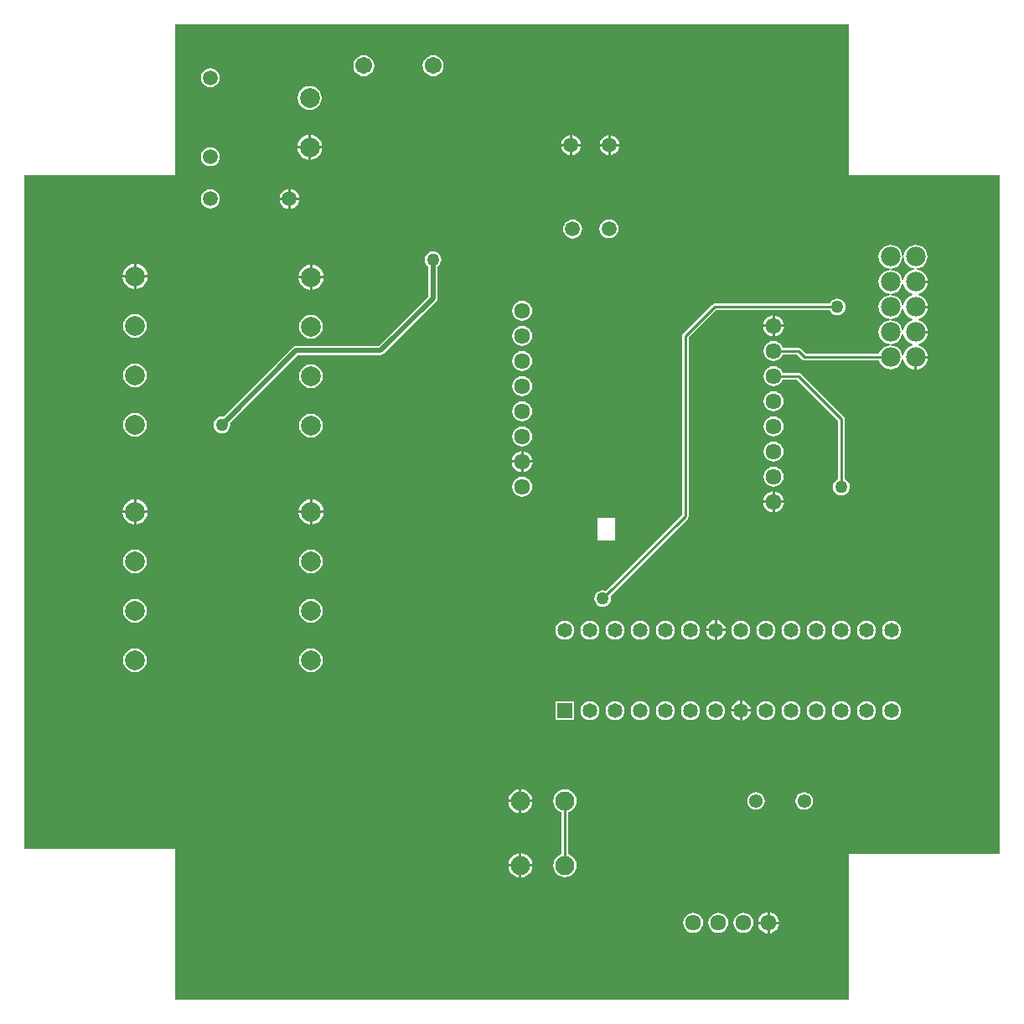
<source format=gtl>
G04 Layer_Physical_Order=1*
G04 Layer_Color=255*
%FSLAX44Y44*%
%MOMM*%
G71*
G01*
G75*
%ADD10C,0.2540*%
%ADD11C,0.5000*%
%ADD12C,1.7100*%
%ADD13C,1.5000*%
%ADD14C,1.4830*%
%ADD15R,1.4830X1.4830*%
%ADD16C,1.6100*%
%ADD17C,1.9700*%
%ADD18C,1.3800*%
%ADD19C,2.0000*%
%ADD20C,1.9400*%
%ADD21C,1.2700*%
G36*
X1092200Y1092200D02*
X1244600D01*
Y406400D01*
X1092200D01*
Y259080D01*
X411480D01*
Y411480D01*
X259080D01*
Y1092200D01*
X411480D01*
Y1244600D01*
X1092200D01*
Y1092200D01*
D02*
G37*
%LPC*%
G36*
X906780Y641956D02*
X904322Y641633D01*
X902032Y640684D01*
X900065Y639175D01*
X898556Y637208D01*
X897607Y634918D01*
X897284Y632460D01*
X897607Y630002D01*
X898556Y627712D01*
X900065Y625745D01*
X902032Y624236D01*
X904322Y623287D01*
X906780Y622964D01*
X909238Y623287D01*
X911528Y624236D01*
X913495Y625745D01*
X915004Y627712D01*
X915953Y630002D01*
X916276Y632460D01*
X915953Y634918D01*
X915004Y637208D01*
X913495Y639175D01*
X911528Y640684D01*
X909238Y641633D01*
X906780Y641956D01*
D02*
G37*
G36*
X932180D02*
X929722Y641633D01*
X927432Y640684D01*
X925465Y639175D01*
X923956Y637208D01*
X923007Y634918D01*
X922684Y632460D01*
X923007Y630002D01*
X923956Y627712D01*
X925465Y625745D01*
X927432Y624236D01*
X929722Y623287D01*
X932180Y622964D01*
X934638Y623287D01*
X936928Y624236D01*
X938895Y625745D01*
X940404Y627712D01*
X941353Y630002D01*
X941676Y632460D01*
X941353Y634918D01*
X940404Y637208D01*
X938895Y639175D01*
X936928Y640684D01*
X934638Y641633D01*
X932180Y641956D01*
D02*
G37*
G36*
X855980D02*
X853522Y641633D01*
X851232Y640684D01*
X849265Y639175D01*
X847756Y637208D01*
X846807Y634918D01*
X846484Y632460D01*
X846807Y630002D01*
X847756Y627712D01*
X849265Y625745D01*
X851232Y624236D01*
X853522Y623287D01*
X855980Y622964D01*
X858438Y623287D01*
X860728Y624236D01*
X862695Y625745D01*
X864204Y627712D01*
X865153Y630002D01*
X865476Y632460D01*
X865153Y634918D01*
X864204Y637208D01*
X862695Y639175D01*
X860728Y640684D01*
X858438Y641633D01*
X855980Y641956D01*
D02*
G37*
G36*
X881380D02*
X878922Y641633D01*
X876632Y640684D01*
X874665Y639175D01*
X873156Y637208D01*
X872207Y634918D01*
X871884Y632460D01*
X872207Y630002D01*
X873156Y627712D01*
X874665Y625745D01*
X876632Y624236D01*
X878922Y623287D01*
X881380Y622964D01*
X883838Y623287D01*
X886128Y624236D01*
X888095Y625745D01*
X889604Y627712D01*
X890553Y630002D01*
X890876Y632460D01*
X890553Y634918D01*
X889604Y637208D01*
X888095Y639175D01*
X886128Y640684D01*
X883838Y641633D01*
X881380Y641956D01*
D02*
G37*
G36*
X1033780D02*
X1031322Y641633D01*
X1029032Y640684D01*
X1027065Y639175D01*
X1025556Y637208D01*
X1024607Y634918D01*
X1024284Y632460D01*
X1024607Y630002D01*
X1025556Y627712D01*
X1027065Y625745D01*
X1029032Y624236D01*
X1031322Y623287D01*
X1033780Y622964D01*
X1036238Y623287D01*
X1038528Y624236D01*
X1040495Y625745D01*
X1042004Y627712D01*
X1042953Y630002D01*
X1043276Y632460D01*
X1042953Y634918D01*
X1042004Y637208D01*
X1040495Y639175D01*
X1038528Y640684D01*
X1036238Y641633D01*
X1033780Y641956D01*
D02*
G37*
G36*
X1059180D02*
X1056722Y641633D01*
X1054432Y640684D01*
X1052465Y639175D01*
X1050956Y637208D01*
X1050007Y634918D01*
X1049684Y632460D01*
X1050007Y630002D01*
X1050956Y627712D01*
X1052465Y625745D01*
X1054432Y624236D01*
X1056722Y623287D01*
X1059180Y622964D01*
X1061638Y623287D01*
X1063928Y624236D01*
X1065895Y625745D01*
X1067404Y627712D01*
X1068353Y630002D01*
X1068676Y632460D01*
X1068353Y634918D01*
X1067404Y637208D01*
X1065895Y639175D01*
X1063928Y640684D01*
X1061638Y641633D01*
X1059180Y641956D01*
D02*
G37*
G36*
X982980D02*
X980522Y641633D01*
X978232Y640684D01*
X976265Y639175D01*
X974756Y637208D01*
X973807Y634918D01*
X973484Y632460D01*
X973807Y630002D01*
X974756Y627712D01*
X976265Y625745D01*
X978232Y624236D01*
X980522Y623287D01*
X982980Y622964D01*
X985438Y623287D01*
X987728Y624236D01*
X989695Y625745D01*
X991204Y627712D01*
X992153Y630002D01*
X992476Y632460D01*
X992153Y634918D01*
X991204Y637208D01*
X989695Y639175D01*
X987728Y640684D01*
X985438Y641633D01*
X982980Y641956D01*
D02*
G37*
G36*
X1008380D02*
X1005922Y641633D01*
X1003632Y640684D01*
X1001665Y639175D01*
X1000156Y637208D01*
X999207Y634918D01*
X998884Y632460D01*
X999207Y630002D01*
X1000156Y627712D01*
X1001665Y625745D01*
X1003632Y624236D01*
X1005922Y623287D01*
X1008380Y622964D01*
X1010838Y623287D01*
X1013128Y624236D01*
X1015095Y625745D01*
X1016604Y627712D01*
X1017553Y630002D01*
X1017876Y632460D01*
X1017553Y634918D01*
X1016604Y637208D01*
X1015095Y639175D01*
X1013128Y640684D01*
X1010838Y641633D01*
X1008380Y641956D01*
D02*
G37*
G36*
X370840Y613944D02*
X367707Y613531D01*
X364788Y612322D01*
X362281Y610398D01*
X360358Y607892D01*
X359149Y604973D01*
X358736Y601840D01*
X359149Y598707D01*
X360358Y595788D01*
X362281Y593282D01*
X364788Y591358D01*
X367707Y590149D01*
X370840Y589736D01*
X373973Y590149D01*
X376892Y591358D01*
X379398Y593282D01*
X381322Y595788D01*
X382531Y598707D01*
X382944Y601840D01*
X382531Y604973D01*
X381322Y607892D01*
X379398Y610398D01*
X376892Y612322D01*
X373973Y613531D01*
X370840Y613944D01*
D02*
G37*
G36*
X548640D02*
X545507Y613531D01*
X542588Y612322D01*
X540081Y610398D01*
X538158Y607892D01*
X536949Y604973D01*
X536536Y601840D01*
X536949Y598707D01*
X538158Y595788D01*
X540081Y593282D01*
X542588Y591358D01*
X545507Y590149D01*
X548640Y589736D01*
X551773Y590149D01*
X554692Y591358D01*
X557198Y593282D01*
X559122Y595788D01*
X560331Y598707D01*
X560744Y601840D01*
X560331Y604973D01*
X559122Y607892D01*
X557198Y610398D01*
X554692Y612322D01*
X551773Y613531D01*
X548640Y613944D01*
D02*
G37*
G36*
X981710Y561054D02*
X980381Y560879D01*
X977960Y559876D01*
X975880Y558280D01*
X974284Y556200D01*
X973281Y553779D01*
X973106Y552450D01*
X981710D01*
Y561054D01*
D02*
G37*
G36*
X984250D02*
Y552450D01*
X992854D01*
X992679Y553779D01*
X991676Y556200D01*
X990080Y558280D01*
X988000Y559876D01*
X985579Y560879D01*
X984250Y561054D01*
D02*
G37*
G36*
X805180Y641956D02*
X802722Y641633D01*
X800432Y640684D01*
X798465Y639175D01*
X796956Y637208D01*
X796007Y634918D01*
X795684Y632460D01*
X796007Y630002D01*
X796956Y627712D01*
X798465Y625745D01*
X800432Y624236D01*
X802722Y623287D01*
X805180Y622964D01*
X807638Y623287D01*
X809928Y624236D01*
X811895Y625745D01*
X813404Y627712D01*
X814353Y630002D01*
X814676Y632460D01*
X814353Y634918D01*
X813404Y637208D01*
X811895Y639175D01*
X809928Y640684D01*
X807638Y641633D01*
X805180Y641956D01*
D02*
G37*
G36*
X830580D02*
X828122Y641633D01*
X825832Y640684D01*
X823865Y639175D01*
X822356Y637208D01*
X821407Y634918D01*
X821084Y632460D01*
X821407Y630002D01*
X822356Y627712D01*
X823865Y625745D01*
X825832Y624236D01*
X828122Y623287D01*
X830580Y622964D01*
X833038Y623287D01*
X835328Y624236D01*
X837295Y625745D01*
X838804Y627712D01*
X839753Y630002D01*
X840076Y632460D01*
X839753Y634918D01*
X838804Y637208D01*
X837295Y639175D01*
X835328Y640684D01*
X833038Y641633D01*
X830580Y641956D01*
D02*
G37*
G36*
X956310Y631190D02*
X947706D01*
X947881Y629861D01*
X948884Y627439D01*
X950480Y625360D01*
X952560Y623764D01*
X954981Y622761D01*
X956310Y622586D01*
Y631190D01*
D02*
G37*
G36*
X967454D02*
X958850D01*
Y622586D01*
X960179Y622761D01*
X962600Y623764D01*
X964680Y625360D01*
X966276Y627439D01*
X967279Y629861D01*
X967454Y631190D01*
D02*
G37*
G36*
X1084580Y641956D02*
X1082122Y641633D01*
X1079832Y640684D01*
X1077865Y639175D01*
X1076356Y637208D01*
X1075407Y634918D01*
X1075084Y632460D01*
X1075407Y630002D01*
X1076356Y627712D01*
X1077865Y625745D01*
X1079832Y624236D01*
X1082122Y623287D01*
X1084580Y622964D01*
X1087038Y623287D01*
X1089328Y624236D01*
X1091295Y625745D01*
X1092804Y627712D01*
X1093753Y630002D01*
X1094076Y632460D01*
X1093753Y634918D01*
X1092804Y637208D01*
X1091295Y639175D01*
X1089328Y640684D01*
X1087038Y641633D01*
X1084580Y641956D01*
D02*
G37*
G36*
X547370Y750570D02*
X536159D01*
X536423Y748566D01*
X537686Y745516D01*
X539696Y742896D01*
X542316Y740886D01*
X545366Y739623D01*
X547370Y739359D01*
Y750570D01*
D02*
G37*
G36*
X383321D02*
X372110D01*
Y739359D01*
X374114Y739623D01*
X377164Y740886D01*
X379784Y742896D01*
X381794Y745516D01*
X383057Y748566D01*
X383321Y750570D01*
D02*
G37*
G36*
X856234Y745490D02*
X837946D01*
Y722630D01*
X855980D01*
Y745236D01*
X856234Y745490D01*
D02*
G37*
G36*
X369570Y750570D02*
X358359D01*
X358623Y748566D01*
X359886Y745516D01*
X361896Y742896D01*
X364516Y740886D01*
X367566Y739623D01*
X369570Y739359D01*
Y750570D01*
D02*
G37*
G36*
X1026514Y760730D02*
X1017270D01*
Y751486D01*
X1018764Y751683D01*
X1021341Y752750D01*
X1023553Y754447D01*
X1025250Y756659D01*
X1026317Y759236D01*
X1026514Y760730D01*
D02*
G37*
G36*
X369570Y764321D02*
X367566Y764057D01*
X364516Y762794D01*
X361896Y760784D01*
X359886Y758164D01*
X358623Y755114D01*
X358359Y753110D01*
X369570D01*
Y764321D01*
D02*
G37*
G36*
X561121Y750570D02*
X549910D01*
Y739359D01*
X551914Y739623D01*
X554964Y740886D01*
X557584Y742896D01*
X559594Y745516D01*
X560857Y748566D01*
X561121Y750570D01*
D02*
G37*
G36*
X1014730Y760730D02*
X1005486D01*
X1005683Y759236D01*
X1006750Y756659D01*
X1008447Y754447D01*
X1010659Y752750D01*
X1013235Y751683D01*
X1014730Y751486D01*
Y760730D01*
D02*
G37*
G36*
X956310Y642334D02*
X954981Y642159D01*
X952560Y641156D01*
X950480Y639560D01*
X948884Y637481D01*
X947881Y635059D01*
X947706Y633730D01*
X956310D01*
Y642334D01*
D02*
G37*
G36*
X958850D02*
Y633730D01*
X967454D01*
X967279Y635059D01*
X966276Y637481D01*
X964680Y639560D01*
X962600Y641156D01*
X960179Y642159D01*
X958850Y642334D01*
D02*
G37*
G36*
X1109980Y641956D02*
X1107522Y641633D01*
X1105232Y640684D01*
X1103265Y639175D01*
X1101756Y637208D01*
X1100807Y634918D01*
X1100484Y632460D01*
X1100807Y630002D01*
X1101756Y627712D01*
X1103265Y625745D01*
X1105232Y624236D01*
X1107522Y623287D01*
X1109980Y622964D01*
X1112438Y623287D01*
X1114728Y624236D01*
X1116695Y625745D01*
X1118204Y627712D01*
X1119153Y630002D01*
X1119476Y632460D01*
X1119153Y634918D01*
X1118204Y637208D01*
X1116695Y639175D01*
X1114728Y640684D01*
X1112438Y641633D01*
X1109980Y641956D01*
D02*
G37*
G36*
X1135380D02*
X1132922Y641633D01*
X1130632Y640684D01*
X1128665Y639175D01*
X1127156Y637208D01*
X1126207Y634918D01*
X1125884Y632460D01*
X1126207Y630002D01*
X1127156Y627712D01*
X1128665Y625745D01*
X1130632Y624236D01*
X1132922Y623287D01*
X1135380Y622964D01*
X1137838Y623287D01*
X1140128Y624236D01*
X1142095Y625745D01*
X1143604Y627712D01*
X1144553Y630002D01*
X1144876Y632460D01*
X1144553Y634918D01*
X1143604Y637208D01*
X1142095Y639175D01*
X1140128Y640684D01*
X1137838Y641633D01*
X1135380Y641956D01*
D02*
G37*
G36*
X370840Y713944D02*
X367707Y713531D01*
X364788Y712322D01*
X362281Y710398D01*
X360358Y707892D01*
X359149Y704973D01*
X358736Y701840D01*
X359149Y698707D01*
X360358Y695788D01*
X362281Y693281D01*
X364788Y691358D01*
X367707Y690149D01*
X370840Y689736D01*
X373973Y690149D01*
X376892Y691358D01*
X379398Y693281D01*
X381322Y695788D01*
X382531Y698707D01*
X382944Y701840D01*
X382531Y704973D01*
X381322Y707892D01*
X379398Y710398D01*
X376892Y712322D01*
X373973Y713531D01*
X370840Y713944D01*
D02*
G37*
G36*
X548640D02*
X545507Y713531D01*
X542588Y712322D01*
X540081Y710398D01*
X538158Y707892D01*
X536949Y704973D01*
X536536Y701840D01*
X536949Y698707D01*
X538158Y695788D01*
X540081Y693281D01*
X542588Y691358D01*
X545507Y690149D01*
X548640Y689736D01*
X551773Y690149D01*
X554692Y691358D01*
X557198Y693281D01*
X559122Y695788D01*
X560331Y698707D01*
X560744Y701840D01*
X560331Y704973D01*
X559122Y707892D01*
X557198Y710398D01*
X554692Y712322D01*
X551773Y713531D01*
X548640Y713944D01*
D02*
G37*
G36*
X370840Y663944D02*
X367707Y663531D01*
X364788Y662322D01*
X362281Y660398D01*
X360358Y657892D01*
X359149Y654973D01*
X358736Y651840D01*
X359149Y648707D01*
X360358Y645788D01*
X362281Y643281D01*
X364788Y641358D01*
X367707Y640149D01*
X370840Y639736D01*
X373973Y640149D01*
X376892Y641358D01*
X379398Y643281D01*
X381322Y645788D01*
X382531Y648707D01*
X382944Y651840D01*
X382531Y654973D01*
X381322Y657892D01*
X379398Y660398D01*
X376892Y662322D01*
X373973Y663531D01*
X370840Y663944D01*
D02*
G37*
G36*
X548640D02*
X545507Y663531D01*
X542588Y662322D01*
X540081Y660398D01*
X538158Y657892D01*
X536949Y654973D01*
X536536Y651840D01*
X536949Y648707D01*
X538158Y645788D01*
X540081Y643281D01*
X542588Y641358D01*
X545507Y640149D01*
X548640Y639736D01*
X551773Y640149D01*
X554692Y641358D01*
X557198Y643281D01*
X559122Y645788D01*
X560331Y648707D01*
X560744Y651840D01*
X560331Y654973D01*
X559122Y657892D01*
X557198Y660398D01*
X554692Y662322D01*
X551773Y663531D01*
X548640Y663944D01*
D02*
G37*
G36*
X758910Y406918D02*
X756985Y406665D01*
X754007Y405432D01*
X751450Y403470D01*
X749488Y400913D01*
X748255Y397935D01*
X748002Y396010D01*
X758910D01*
Y406918D01*
D02*
G37*
G36*
X761450D02*
Y396010D01*
X772358D01*
X772105Y397935D01*
X770872Y400913D01*
X768910Y403470D01*
X766353Y405432D01*
X763375Y406665D01*
X761450Y406918D01*
D02*
G37*
G36*
X772358Y393470D02*
X761450D01*
Y382562D01*
X763375Y382815D01*
X766353Y384048D01*
X768910Y386010D01*
X770872Y388567D01*
X772105Y391545D01*
X772358Y393470D01*
D02*
G37*
G36*
X805180Y471541D02*
X802126Y471139D01*
X799279Y469960D01*
X796835Y468084D01*
X794960Y465640D01*
X793781Y462794D01*
X793379Y459740D01*
X793781Y456686D01*
X794960Y453839D01*
X796835Y451395D01*
X799279Y449520D01*
X801846Y448457D01*
Y406023D01*
X799279Y404960D01*
X796835Y403084D01*
X794960Y400640D01*
X793781Y397794D01*
X793379Y394740D01*
X793781Y391686D01*
X794960Y388839D01*
X796835Y386395D01*
X799279Y384520D01*
X802126Y383341D01*
X805180Y382939D01*
X808234Y383341D01*
X811080Y384520D01*
X813524Y386395D01*
X815400Y388839D01*
X816579Y391686D01*
X816981Y394740D01*
X816579Y397794D01*
X815400Y400640D01*
X813524Y403084D01*
X811080Y404960D01*
X808514Y406023D01*
Y448457D01*
X811080Y449520D01*
X813524Y451395D01*
X815400Y453839D01*
X816579Y456686D01*
X816981Y459740D01*
X816579Y462794D01*
X815400Y465640D01*
X813524Y468084D01*
X811080Y469960D01*
X808234Y471139D01*
X805180Y471541D01*
D02*
G37*
G36*
X998220Y468717D02*
X995897Y468411D01*
X993732Y467514D01*
X991872Y466088D01*
X990446Y464228D01*
X989549Y462063D01*
X989243Y459740D01*
X989549Y457417D01*
X990446Y455252D01*
X991872Y453392D01*
X993732Y451966D01*
X995897Y451069D01*
X998220Y450763D01*
X1000543Y451069D01*
X1002708Y451966D01*
X1004568Y453392D01*
X1005994Y455252D01*
X1006891Y457417D01*
X1007197Y459740D01*
X1006891Y462063D01*
X1005994Y464228D01*
X1004568Y466088D01*
X1002708Y467514D01*
X1000543Y468411D01*
X998220Y468717D01*
D02*
G37*
G36*
X1047020D02*
X1044697Y468411D01*
X1042532Y467514D01*
X1040672Y466088D01*
X1039246Y464228D01*
X1038349Y462063D01*
X1038043Y459740D01*
X1038349Y457417D01*
X1039246Y455252D01*
X1040672Y453392D01*
X1042532Y451966D01*
X1044697Y451069D01*
X1047020Y450763D01*
X1049343Y451069D01*
X1051508Y451966D01*
X1053368Y453392D01*
X1054794Y455252D01*
X1055691Y457417D01*
X1055997Y459740D01*
X1055691Y462063D01*
X1054794Y464228D01*
X1053368Y466088D01*
X1051508Y467514D01*
X1049343Y468411D01*
X1047020Y468717D01*
D02*
G37*
G36*
X758910Y458470D02*
X748002D01*
X748255Y456545D01*
X749488Y453567D01*
X751450Y451010D01*
X754007Y449048D01*
X756985Y447815D01*
X758910Y447562D01*
Y458470D01*
D02*
G37*
G36*
X772358D02*
X761450D01*
Y447562D01*
X763375Y447815D01*
X766353Y449048D01*
X768910Y451010D01*
X770872Y453567D01*
X772105Y456545D01*
X772358Y458470D01*
D02*
G37*
G36*
X934720Y346687D02*
X932096Y346341D01*
X929652Y345329D01*
X927552Y343718D01*
X925941Y341618D01*
X924929Y339174D01*
X924583Y336550D01*
X924929Y333926D01*
X925941Y331482D01*
X927552Y329382D01*
X929652Y327771D01*
X932096Y326759D01*
X934720Y326413D01*
X937344Y326759D01*
X939788Y327771D01*
X941888Y329382D01*
X943499Y331482D01*
X944511Y333926D01*
X944857Y336550D01*
X944511Y339174D01*
X943499Y341618D01*
X941888Y343718D01*
X939788Y345329D01*
X937344Y346341D01*
X934720Y346687D01*
D02*
G37*
G36*
X960120D02*
X957496Y346341D01*
X955052Y345329D01*
X952952Y343718D01*
X951341Y341618D01*
X950329Y339174D01*
X949983Y336550D01*
X950329Y333926D01*
X951341Y331482D01*
X952952Y329382D01*
X955052Y327771D01*
X957496Y326759D01*
X960120Y326413D01*
X962744Y326759D01*
X965188Y327771D01*
X967288Y329382D01*
X968899Y331482D01*
X969911Y333926D01*
X970257Y336550D01*
X969911Y339174D01*
X968899Y341618D01*
X967288Y343718D01*
X965188Y345329D01*
X962744Y346341D01*
X960120Y346687D01*
D02*
G37*
G36*
X1009650Y335280D02*
X1000406D01*
X1000603Y333786D01*
X1001670Y331209D01*
X1003367Y328997D01*
X1005579Y327300D01*
X1008156Y326233D01*
X1009650Y326036D01*
Y335280D01*
D02*
G37*
G36*
X1021434D02*
X1012190D01*
Y326036D01*
X1013684Y326233D01*
X1016261Y327300D01*
X1018473Y328997D01*
X1020170Y331209D01*
X1021237Y333786D01*
X1021434Y335280D01*
D02*
G37*
G36*
X1012190Y347064D02*
Y337820D01*
X1021434D01*
X1021237Y339314D01*
X1020170Y341891D01*
X1018473Y344103D01*
X1016261Y345800D01*
X1013684Y346867D01*
X1012190Y347064D01*
D02*
G37*
G36*
X758910Y393470D02*
X748002D01*
X748255Y391545D01*
X749488Y388567D01*
X751450Y386010D01*
X754007Y384048D01*
X756985Y382815D01*
X758910Y382562D01*
Y393470D01*
D02*
G37*
G36*
X985520Y346687D02*
X982896Y346341D01*
X980452Y345329D01*
X978352Y343718D01*
X976741Y341618D01*
X975729Y339174D01*
X975383Y336550D01*
X975729Y333926D01*
X976741Y331482D01*
X978352Y329382D01*
X980452Y327771D01*
X982896Y326759D01*
X985520Y326413D01*
X988144Y326759D01*
X990588Y327771D01*
X992688Y329382D01*
X994299Y331482D01*
X995311Y333926D01*
X995657Y336550D01*
X995311Y339174D01*
X994299Y341618D01*
X992688Y343718D01*
X990588Y345329D01*
X988144Y346341D01*
X985520Y346687D01*
D02*
G37*
G36*
X1009650Y347064D02*
X1008156Y346867D01*
X1005579Y345800D01*
X1003367Y344103D01*
X1001670Y341891D01*
X1000603Y339314D01*
X1000406Y337820D01*
X1009650D01*
Y347064D01*
D02*
G37*
G36*
X758910Y471918D02*
X756985Y471665D01*
X754007Y470432D01*
X751450Y468470D01*
X749488Y465913D01*
X748255Y462935D01*
X748002Y461010D01*
X758910D01*
Y471918D01*
D02*
G37*
G36*
X1033780Y560676D02*
X1031322Y560353D01*
X1029032Y559404D01*
X1027065Y557895D01*
X1025556Y555928D01*
X1024607Y553638D01*
X1024284Y551180D01*
X1024607Y548722D01*
X1025556Y546432D01*
X1027065Y544465D01*
X1029032Y542956D01*
X1031322Y542007D01*
X1033780Y541684D01*
X1036238Y542007D01*
X1038528Y542956D01*
X1040495Y544465D01*
X1042004Y546432D01*
X1042953Y548722D01*
X1043276Y551180D01*
X1042953Y553638D01*
X1042004Y555928D01*
X1040495Y557895D01*
X1038528Y559404D01*
X1036238Y560353D01*
X1033780Y560676D01*
D02*
G37*
G36*
X1059180D02*
X1056722Y560353D01*
X1054432Y559404D01*
X1052465Y557895D01*
X1050956Y555928D01*
X1050007Y553638D01*
X1049684Y551180D01*
X1050007Y548722D01*
X1050956Y546432D01*
X1052465Y544465D01*
X1054432Y542956D01*
X1056722Y542007D01*
X1059180Y541684D01*
X1061638Y542007D01*
X1063928Y542956D01*
X1065895Y544465D01*
X1067404Y546432D01*
X1068353Y548722D01*
X1068676Y551180D01*
X1068353Y553638D01*
X1067404Y555928D01*
X1065895Y557895D01*
X1063928Y559404D01*
X1061638Y560353D01*
X1059180Y560676D01*
D02*
G37*
G36*
X957580D02*
X955122Y560353D01*
X952832Y559404D01*
X950865Y557895D01*
X949356Y555928D01*
X948407Y553638D01*
X948084Y551180D01*
X948407Y548722D01*
X949356Y546432D01*
X950865Y544465D01*
X952832Y542956D01*
X955122Y542007D01*
X957580Y541684D01*
X960038Y542007D01*
X962328Y542956D01*
X964295Y544465D01*
X965804Y546432D01*
X966753Y548722D01*
X967076Y551180D01*
X966753Y553638D01*
X965804Y555928D01*
X964295Y557895D01*
X962328Y559404D01*
X960038Y560353D01*
X957580Y560676D01*
D02*
G37*
G36*
X1008380D02*
X1005922Y560353D01*
X1003632Y559404D01*
X1001665Y557895D01*
X1000156Y555928D01*
X999207Y553638D01*
X998884Y551180D01*
X999207Y548722D01*
X1000156Y546432D01*
X1001665Y544465D01*
X1003632Y542956D01*
X1005922Y542007D01*
X1008380Y541684D01*
X1010838Y542007D01*
X1013128Y542956D01*
X1015095Y544465D01*
X1016604Y546432D01*
X1017553Y548722D01*
X1017876Y551180D01*
X1017553Y553638D01*
X1016604Y555928D01*
X1015095Y557895D01*
X1013128Y559404D01*
X1010838Y560353D01*
X1008380Y560676D01*
D02*
G37*
G36*
X1135380D02*
X1132922Y560353D01*
X1130632Y559404D01*
X1128665Y557895D01*
X1127156Y555928D01*
X1126207Y553638D01*
X1125884Y551180D01*
X1126207Y548722D01*
X1127156Y546432D01*
X1128665Y544465D01*
X1130632Y542956D01*
X1132922Y542007D01*
X1135380Y541684D01*
X1137838Y542007D01*
X1140128Y542956D01*
X1142095Y544465D01*
X1143604Y546432D01*
X1144553Y548722D01*
X1144876Y551180D01*
X1144553Y553638D01*
X1143604Y555928D01*
X1142095Y557895D01*
X1140128Y559404D01*
X1137838Y560353D01*
X1135380Y560676D01*
D02*
G37*
G36*
X814595Y560595D02*
X795765D01*
Y541765D01*
X814595D01*
Y560595D01*
D02*
G37*
G36*
X1084580Y560676D02*
X1082122Y560353D01*
X1079832Y559404D01*
X1077865Y557895D01*
X1076356Y555928D01*
X1075407Y553638D01*
X1075084Y551180D01*
X1075407Y548722D01*
X1076356Y546432D01*
X1077865Y544465D01*
X1079832Y542956D01*
X1082122Y542007D01*
X1084580Y541684D01*
X1087038Y542007D01*
X1089328Y542956D01*
X1091295Y544465D01*
X1092804Y546432D01*
X1093753Y548722D01*
X1094076Y551180D01*
X1093753Y553638D01*
X1092804Y555928D01*
X1091295Y557895D01*
X1089328Y559404D01*
X1087038Y560353D01*
X1084580Y560676D01*
D02*
G37*
G36*
X1109980D02*
X1107522Y560353D01*
X1105232Y559404D01*
X1103265Y557895D01*
X1101756Y555928D01*
X1100807Y553638D01*
X1100484Y551180D01*
X1100807Y548722D01*
X1101756Y546432D01*
X1103265Y544465D01*
X1105232Y542956D01*
X1107522Y542007D01*
X1109980Y541684D01*
X1112438Y542007D01*
X1114728Y542956D01*
X1116695Y544465D01*
X1118204Y546432D01*
X1119153Y548722D01*
X1119476Y551180D01*
X1119153Y553638D01*
X1118204Y555928D01*
X1116695Y557895D01*
X1114728Y559404D01*
X1112438Y560353D01*
X1109980Y560676D01*
D02*
G37*
G36*
X992854Y549910D02*
X984250D01*
Y541306D01*
X985579Y541481D01*
X988000Y542484D01*
X990080Y544080D01*
X991676Y546160D01*
X992679Y548581D01*
X992854Y549910D01*
D02*
G37*
G36*
X830580Y560676D02*
X828122Y560353D01*
X825832Y559404D01*
X823865Y557895D01*
X822356Y555928D01*
X821407Y553638D01*
X821084Y551180D01*
X821407Y548722D01*
X822356Y546432D01*
X823865Y544465D01*
X825832Y542956D01*
X828122Y542007D01*
X830580Y541684D01*
X833038Y542007D01*
X835328Y542956D01*
X837295Y544465D01*
X838804Y546432D01*
X839753Y548722D01*
X840076Y551180D01*
X839753Y553638D01*
X838804Y555928D01*
X837295Y557895D01*
X835328Y559404D01*
X833038Y560353D01*
X830580Y560676D01*
D02*
G37*
G36*
X761450Y471918D02*
Y461010D01*
X772358D01*
X772105Y462935D01*
X770872Y465913D01*
X768910Y468470D01*
X766353Y470432D01*
X763375Y471665D01*
X761450Y471918D01*
D02*
G37*
G36*
X981710Y549910D02*
X973106D01*
X973281Y548581D01*
X974284Y546160D01*
X975880Y544080D01*
X977960Y542484D01*
X980381Y541481D01*
X981710Y541306D01*
Y549910D01*
D02*
G37*
G36*
X906780Y560676D02*
X904322Y560353D01*
X902032Y559404D01*
X900065Y557895D01*
X898556Y555928D01*
X897607Y553638D01*
X897284Y551180D01*
X897607Y548722D01*
X898556Y546432D01*
X900065Y544465D01*
X902032Y542956D01*
X904322Y542007D01*
X906780Y541684D01*
X909238Y542007D01*
X911528Y542956D01*
X913495Y544465D01*
X915004Y546432D01*
X915953Y548722D01*
X916276Y551180D01*
X915953Y553638D01*
X915004Y555928D01*
X913495Y557895D01*
X911528Y559404D01*
X909238Y560353D01*
X906780Y560676D01*
D02*
G37*
G36*
X932180D02*
X929722Y560353D01*
X927432Y559404D01*
X925465Y557895D01*
X923956Y555928D01*
X923007Y553638D01*
X922684Y551180D01*
X923007Y548722D01*
X923956Y546432D01*
X925465Y544465D01*
X927432Y542956D01*
X929722Y542007D01*
X932180Y541684D01*
X934638Y542007D01*
X936928Y542956D01*
X938895Y544465D01*
X940404Y546432D01*
X941353Y548722D01*
X941676Y551180D01*
X941353Y553638D01*
X940404Y555928D01*
X938895Y557895D01*
X936928Y559404D01*
X934638Y560353D01*
X932180Y560676D01*
D02*
G37*
G36*
X855980D02*
X853522Y560353D01*
X851232Y559404D01*
X849265Y557895D01*
X847756Y555928D01*
X846807Y553638D01*
X846484Y551180D01*
X846807Y548722D01*
X847756Y546432D01*
X849265Y544465D01*
X851232Y542956D01*
X853522Y542007D01*
X855980Y541684D01*
X858438Y542007D01*
X860728Y542956D01*
X862695Y544465D01*
X864204Y546432D01*
X865153Y548722D01*
X865476Y551180D01*
X865153Y553638D01*
X864204Y555928D01*
X862695Y557895D01*
X860728Y559404D01*
X858438Y560353D01*
X855980Y560676D01*
D02*
G37*
G36*
X881380D02*
X878922Y560353D01*
X876632Y559404D01*
X874665Y557895D01*
X873156Y555928D01*
X872207Y553638D01*
X871884Y551180D01*
X872207Y548722D01*
X873156Y546432D01*
X874665Y544465D01*
X876632Y542956D01*
X878922Y542007D01*
X881380Y541684D01*
X883838Y542007D01*
X886128Y542956D01*
X888095Y544465D01*
X889604Y546432D01*
X890553Y548722D01*
X890876Y551180D01*
X890553Y553638D01*
X889604Y555928D01*
X888095Y557895D01*
X886128Y559404D01*
X883838Y560353D01*
X881380Y560676D01*
D02*
G37*
G36*
X547370Y764321D02*
X545366Y764057D01*
X542316Y762794D01*
X539696Y760784D01*
X537686Y758164D01*
X536423Y755114D01*
X536159Y753110D01*
X547370D01*
Y764321D01*
D02*
G37*
G36*
X849630Y1047426D02*
X847150Y1047100D01*
X844839Y1046142D01*
X842855Y1044620D01*
X841332Y1042635D01*
X840375Y1040324D01*
X840048Y1037844D01*
X840375Y1035364D01*
X841332Y1033053D01*
X842855Y1031068D01*
X844839Y1029546D01*
X847150Y1028588D01*
X849630Y1028262D01*
X852110Y1028588D01*
X854421Y1029546D01*
X856405Y1031068D01*
X857928Y1033053D01*
X858885Y1035364D01*
X859212Y1037844D01*
X858885Y1040324D01*
X857928Y1042635D01*
X856405Y1044620D01*
X854421Y1046142D01*
X852110Y1047100D01*
X849630Y1047426D01*
D02*
G37*
G36*
X525648Y1066800D02*
X516959D01*
X517136Y1065449D01*
X518148Y1063007D01*
X519757Y1060909D01*
X521855Y1059300D01*
X524297Y1058288D01*
X525648Y1058111D01*
Y1066800D01*
D02*
G37*
G36*
X1134110Y1021602D02*
X1131016Y1021195D01*
X1128134Y1020001D01*
X1125658Y1018102D01*
X1123759Y1015626D01*
X1122565Y1012744D01*
X1122158Y1009650D01*
X1122565Y1006556D01*
X1123759Y1003674D01*
X1125658Y1001199D01*
X1128134Y999299D01*
X1131016Y998105D01*
X1134110Y997698D01*
X1137204Y998105D01*
X1140086Y999299D01*
X1142561Y1001199D01*
X1144461Y1003674D01*
X1145655Y1006556D01*
X1146062Y1009650D01*
X1145655Y1012744D01*
X1144461Y1015626D01*
X1142561Y1018102D01*
X1140086Y1020001D01*
X1137204Y1021195D01*
X1134110Y1021602D01*
D02*
G37*
G36*
X813054Y1047172D02*
X810574Y1046845D01*
X808263Y1045888D01*
X806279Y1044365D01*
X804756Y1042381D01*
X803799Y1040070D01*
X803472Y1037590D01*
X803799Y1035110D01*
X804756Y1032799D01*
X806279Y1030815D01*
X808263Y1029292D01*
X810574Y1028335D01*
X813054Y1028008D01*
X815534Y1028335D01*
X817845Y1029292D01*
X819829Y1030815D01*
X821352Y1032799D01*
X822309Y1035110D01*
X822636Y1037590D01*
X822309Y1040070D01*
X821352Y1042381D01*
X819829Y1044365D01*
X817845Y1045888D01*
X815534Y1046845D01*
X813054Y1047172D01*
D02*
G37*
G36*
X525648Y1078029D02*
X524297Y1077852D01*
X521855Y1076840D01*
X519757Y1075231D01*
X518148Y1073133D01*
X517136Y1070691D01*
X516959Y1069340D01*
X525648D01*
Y1078029D01*
D02*
G37*
G36*
X528188Y1078029D02*
Y1069340D01*
X536877D01*
X536700Y1070691D01*
X535688Y1073133D01*
X534079Y1075231D01*
X531981Y1076840D01*
X529539Y1077852D01*
X528188Y1078029D01*
D02*
G37*
G36*
X536877Y1066800D02*
X528188D01*
Y1058111D01*
X529539Y1058288D01*
X531981Y1059300D01*
X534079Y1060909D01*
X535688Y1063007D01*
X536700Y1065449D01*
X536877Y1066800D01*
D02*
G37*
G36*
X446918Y1077652D02*
X444438Y1077326D01*
X442127Y1076368D01*
X440143Y1074845D01*
X438620Y1072861D01*
X437663Y1070550D01*
X437336Y1068070D01*
X437663Y1065590D01*
X438620Y1063279D01*
X440143Y1061294D01*
X442127Y1059772D01*
X444438Y1058814D01*
X446918Y1058488D01*
X449398Y1058814D01*
X451709Y1059772D01*
X453694Y1061294D01*
X455216Y1063279D01*
X456174Y1065590D01*
X456500Y1068070D01*
X456174Y1070550D01*
X455216Y1072861D01*
X453694Y1074845D01*
X451709Y1076368D01*
X449398Y1077326D01*
X446918Y1077652D01*
D02*
G37*
G36*
X383321Y988530D02*
X372110D01*
Y977319D01*
X374114Y977583D01*
X377164Y978846D01*
X379784Y980856D01*
X381794Y983476D01*
X383057Y986526D01*
X383321Y988530D01*
D02*
G37*
G36*
X1159510Y1021602D02*
X1156416Y1021195D01*
X1153534Y1020001D01*
X1151059Y1018102D01*
X1149159Y1015626D01*
X1147965Y1012744D01*
X1147558Y1009650D01*
X1147965Y1006556D01*
X1149159Y1003674D01*
X1151059Y1001199D01*
X1153534Y999299D01*
X1156416Y998105D01*
X1158256Y997863D01*
Y996582D01*
X1156276Y996321D01*
X1153261Y995073D01*
X1150673Y993087D01*
X1148687Y990499D01*
X1147439Y987484D01*
X1147178Y985504D01*
X1145897D01*
X1145655Y987344D01*
X1144461Y990226D01*
X1142561Y992701D01*
X1140086Y994601D01*
X1137204Y995795D01*
X1134110Y996202D01*
X1131016Y995795D01*
X1128134Y994601D01*
X1125658Y992701D01*
X1123759Y990226D01*
X1122565Y987344D01*
X1122158Y984250D01*
X1122565Y981156D01*
X1123759Y978274D01*
X1125658Y975798D01*
X1128134Y973899D01*
X1131016Y972705D01*
X1134110Y972298D01*
X1137204Y972705D01*
X1140086Y973899D01*
X1142561Y975798D01*
X1144461Y978274D01*
X1145655Y981156D01*
X1145897Y982996D01*
X1147178D01*
X1147439Y981016D01*
X1148687Y978001D01*
X1150673Y975413D01*
X1153261Y973427D01*
X1156275Y972179D01*
Y970921D01*
X1153261Y969673D01*
X1150673Y967687D01*
X1148687Y965098D01*
X1147439Y962084D01*
X1147178Y960104D01*
X1145897D01*
X1145655Y961944D01*
X1144461Y964826D01*
X1142561Y967301D01*
X1140086Y969201D01*
X1137204Y970395D01*
X1134110Y970802D01*
X1131016Y970395D01*
X1128134Y969201D01*
X1125658Y967301D01*
X1123759Y964826D01*
X1122565Y961944D01*
X1122158Y958850D01*
X1122565Y955757D01*
X1123759Y952874D01*
X1125658Y950398D01*
X1128134Y948499D01*
X1131016Y947305D01*
X1134110Y946898D01*
X1137204Y947305D01*
X1140086Y948499D01*
X1142561Y950398D01*
X1144461Y952874D01*
X1145655Y955757D01*
X1145897Y957596D01*
X1147178D01*
X1147439Y955616D01*
X1148687Y952601D01*
X1150673Y950013D01*
X1153261Y948027D01*
X1156275Y946779D01*
Y945521D01*
X1153261Y944273D01*
X1150673Y942287D01*
X1148687Y939698D01*
X1147439Y936684D01*
X1147178Y934704D01*
X1145897D01*
X1145655Y936544D01*
X1144461Y939426D01*
X1142561Y941901D01*
X1140086Y943801D01*
X1137204Y944995D01*
X1134110Y945402D01*
X1131016Y944995D01*
X1128134Y943801D01*
X1125658Y941901D01*
X1123759Y939426D01*
X1122565Y936544D01*
X1122158Y933450D01*
X1122565Y930357D01*
X1123759Y927474D01*
X1125658Y924998D01*
X1128134Y923099D01*
X1131016Y921905D01*
X1134110Y921498D01*
X1137204Y921905D01*
X1140086Y923099D01*
X1142561Y924998D01*
X1144461Y927474D01*
X1145655Y930357D01*
X1145897Y932196D01*
X1147178D01*
X1147439Y930216D01*
X1148687Y927202D01*
X1150673Y924613D01*
X1153261Y922627D01*
X1156275Y921379D01*
Y920121D01*
X1153261Y918873D01*
X1150673Y916887D01*
X1148687Y914298D01*
X1147439Y911284D01*
X1147178Y909304D01*
X1145897D01*
X1145655Y911143D01*
X1144461Y914026D01*
X1142561Y916501D01*
X1140086Y918401D01*
X1137204Y919595D01*
X1134110Y920002D01*
X1131016Y919595D01*
X1128134Y918401D01*
X1125658Y916501D01*
X1123759Y914026D01*
X1122665Y911384D01*
X1048623D01*
X1043250Y916758D01*
X1042168Y917480D01*
X1040892Y917734D01*
X1025497D01*
X1024779Y919468D01*
X1023168Y921568D01*
X1021068Y923179D01*
X1018624Y924191D01*
X1016000Y924537D01*
X1013376Y924191D01*
X1010932Y923179D01*
X1008832Y921568D01*
X1007221Y919468D01*
X1006209Y917024D01*
X1005863Y914400D01*
X1006209Y911776D01*
X1007221Y909332D01*
X1008832Y907232D01*
X1010932Y905621D01*
X1013376Y904609D01*
X1016000Y904263D01*
X1018624Y904609D01*
X1021068Y905621D01*
X1023168Y907232D01*
X1024779Y909332D01*
X1025497Y911066D01*
X1039511D01*
X1044884Y905693D01*
X1045966Y904970D01*
X1047242Y904716D01*
X1122665D01*
X1123759Y902074D01*
X1125658Y899598D01*
X1128134Y897699D01*
X1131016Y896505D01*
X1134110Y896098D01*
X1137204Y896505D01*
X1140086Y897699D01*
X1142561Y899598D01*
X1144461Y902074D01*
X1145655Y904957D01*
X1145897Y906796D01*
X1147178D01*
X1147439Y904816D01*
X1148687Y901802D01*
X1150673Y899213D01*
X1153261Y897227D01*
X1156276Y895979D01*
X1158240Y895720D01*
Y908050D01*
X1159510D01*
Y909320D01*
X1171840D01*
X1171581Y911284D01*
X1170333Y914298D01*
X1168347Y916887D01*
X1165759Y918873D01*
X1162745Y920121D01*
Y921379D01*
X1165759Y922627D01*
X1168347Y924613D01*
X1170333Y927202D01*
X1171581Y930216D01*
X1171840Y932180D01*
X1159510D01*
Y934720D01*
X1171840D01*
X1171581Y936684D01*
X1170333Y939698D01*
X1168347Y942287D01*
X1165759Y944273D01*
X1162745Y945521D01*
Y946779D01*
X1165759Y948027D01*
X1168347Y950013D01*
X1170333Y952601D01*
X1171581Y955616D01*
X1171840Y957580D01*
X1159510D01*
Y960120D01*
X1171840D01*
X1171581Y962084D01*
X1170333Y965098D01*
X1168347Y967687D01*
X1165759Y969673D01*
X1162745Y970921D01*
Y972179D01*
X1165759Y973427D01*
X1168347Y975413D01*
X1170333Y978001D01*
X1171581Y981016D01*
X1171840Y982980D01*
X1159510D01*
Y985520D01*
X1171840D01*
X1171581Y987484D01*
X1170333Y990499D01*
X1168347Y993087D01*
X1165759Y995073D01*
X1162744Y996321D01*
X1160764Y996582D01*
Y997863D01*
X1162604Y998105D01*
X1165486Y999299D01*
X1167962Y1001199D01*
X1169861Y1003674D01*
X1171055Y1006556D01*
X1171462Y1009650D01*
X1171055Y1012744D01*
X1169861Y1015626D01*
X1167962Y1018102D01*
X1165486Y1020001D01*
X1162604Y1021195D01*
X1159510Y1021602D01*
D02*
G37*
G36*
X561121Y987730D02*
X549910D01*
Y976519D01*
X551914Y976783D01*
X554964Y978046D01*
X557584Y980056D01*
X559594Y982676D01*
X560857Y985726D01*
X561121Y987730D01*
D02*
G37*
G36*
X369570Y988530D02*
X358359D01*
X358623Y986526D01*
X359886Y983476D01*
X361896Y980856D01*
X364516Y978846D01*
X367566Y977583D01*
X369570Y977319D01*
Y988530D01*
D02*
G37*
G36*
Y1002281D02*
X367566Y1002017D01*
X364516Y1000754D01*
X361896Y998744D01*
X359886Y996124D01*
X358623Y993074D01*
X358359Y991070D01*
X369570D01*
Y1002281D01*
D02*
G37*
G36*
X372110D02*
Y991070D01*
X383321D01*
X383057Y993074D01*
X381794Y996124D01*
X379784Y998744D01*
X377164Y1000754D01*
X374114Y1002017D01*
X372110Y1002281D01*
D02*
G37*
G36*
X547370Y1001481D02*
X545366Y1001217D01*
X542316Y999954D01*
X539696Y997944D01*
X537686Y995324D01*
X536423Y992274D01*
X536159Y990270D01*
X547370D01*
Y1001481D01*
D02*
G37*
G36*
X549910D02*
Y990270D01*
X561121D01*
X560857Y992274D01*
X559594Y995324D01*
X557584Y997944D01*
X554964Y999954D01*
X551914Y1001217D01*
X549910Y1001481D01*
D02*
G37*
G36*
X447040Y1120202D02*
X444560Y1119875D01*
X442249Y1118918D01*
X440265Y1117395D01*
X438742Y1115411D01*
X437785Y1113100D01*
X437458Y1110620D01*
X437785Y1108140D01*
X438742Y1105829D01*
X440265Y1103845D01*
X442249Y1102322D01*
X444560Y1101365D01*
X447040Y1101038D01*
X449520Y1101365D01*
X451831Y1102322D01*
X453815Y1103845D01*
X455338Y1105829D01*
X456296Y1108140D01*
X456622Y1110620D01*
X456296Y1113100D01*
X455338Y1115411D01*
X453815Y1117395D01*
X451831Y1118918D01*
X449520Y1119875D01*
X447040Y1120202D01*
D02*
G37*
G36*
X848982Y1132499D02*
X847631Y1132322D01*
X845189Y1131310D01*
X843091Y1129701D01*
X841482Y1127603D01*
X840470Y1125161D01*
X840293Y1123810D01*
X848982D01*
Y1132499D01*
D02*
G37*
G36*
X851522D02*
Y1123810D01*
X860211D01*
X860034Y1125161D01*
X859022Y1127603D01*
X857413Y1129701D01*
X855315Y1131310D01*
X852873Y1132322D01*
X851522Y1132499D01*
D02*
G37*
G36*
X810120D02*
X808769Y1132322D01*
X806327Y1131310D01*
X804229Y1129701D01*
X802620Y1127603D01*
X801608Y1125161D01*
X801431Y1123810D01*
X810120D01*
Y1132499D01*
D02*
G37*
G36*
X812660D02*
Y1123810D01*
X821349D01*
X821172Y1125161D01*
X820160Y1127603D01*
X818551Y1129701D01*
X816453Y1131310D01*
X814011Y1132322D01*
X812660Y1132499D01*
D02*
G37*
G36*
X601980Y1213331D02*
X599226Y1212968D01*
X596660Y1211905D01*
X594456Y1210214D01*
X592765Y1208010D01*
X591702Y1205444D01*
X591339Y1202690D01*
X591702Y1199936D01*
X592765Y1197370D01*
X594456Y1195166D01*
X596660Y1193475D01*
X599226Y1192412D01*
X601980Y1192049D01*
X604734Y1192412D01*
X607300Y1193475D01*
X609504Y1195166D01*
X611195Y1197370D01*
X612258Y1199936D01*
X612621Y1202690D01*
X612258Y1205444D01*
X611195Y1208010D01*
X609504Y1210214D01*
X607300Y1211905D01*
X604734Y1212968D01*
X601980Y1213331D01*
D02*
G37*
G36*
X671980D02*
X669226Y1212968D01*
X666659Y1211905D01*
X664456Y1210214D01*
X662765Y1208010D01*
X661702Y1205444D01*
X661339Y1202690D01*
X661702Y1199936D01*
X662765Y1197370D01*
X664456Y1195166D01*
X666659Y1193475D01*
X669226Y1192412D01*
X671980Y1192049D01*
X674734Y1192412D01*
X677300Y1193475D01*
X679504Y1195166D01*
X681195Y1197370D01*
X682259Y1199936D01*
X682621Y1202690D01*
X682259Y1205444D01*
X681195Y1208010D01*
X679504Y1210214D01*
X677300Y1211905D01*
X674734Y1212968D01*
X671980Y1213331D01*
D02*
G37*
G36*
X547370Y1182244D02*
X544237Y1181831D01*
X541318Y1180622D01*
X538811Y1178699D01*
X536888Y1176192D01*
X535679Y1173273D01*
X535266Y1170140D01*
X535679Y1167007D01*
X536888Y1164088D01*
X538811Y1161581D01*
X541318Y1159658D01*
X544237Y1158449D01*
X547370Y1158036D01*
X550503Y1158449D01*
X553422Y1159658D01*
X555928Y1161581D01*
X557852Y1164088D01*
X559061Y1167007D01*
X559474Y1170140D01*
X559061Y1173273D01*
X557852Y1176192D01*
X555928Y1178699D01*
X553422Y1180622D01*
X550503Y1181831D01*
X547370Y1182244D01*
D02*
G37*
G36*
X447040Y1200202D02*
X444560Y1199875D01*
X442249Y1198918D01*
X440265Y1197395D01*
X438742Y1195411D01*
X437785Y1193100D01*
X437458Y1190620D01*
X437785Y1188140D01*
X438742Y1185829D01*
X440265Y1183845D01*
X442249Y1182322D01*
X444560Y1181365D01*
X447040Y1181038D01*
X449520Y1181365D01*
X451831Y1182322D01*
X453815Y1183845D01*
X455338Y1185829D01*
X456296Y1188140D01*
X456622Y1190620D01*
X456296Y1193100D01*
X455338Y1195411D01*
X453815Y1197395D01*
X451831Y1198918D01*
X449520Y1199875D01*
X447040Y1200202D01*
D02*
G37*
G36*
X810120Y1121270D02*
X801431D01*
X801608Y1119919D01*
X802620Y1117477D01*
X804229Y1115379D01*
X806327Y1113770D01*
X808769Y1112758D01*
X810120Y1112581D01*
Y1121270D01*
D02*
G37*
G36*
X821349D02*
X812660D01*
Y1112581D01*
X814011Y1112758D01*
X816453Y1113770D01*
X818551Y1115379D01*
X820160Y1117477D01*
X821172Y1119919D01*
X821349Y1121270D01*
D02*
G37*
G36*
X546100Y1118870D02*
X534889D01*
X535153Y1116866D01*
X536416Y1113816D01*
X538426Y1111196D01*
X541046Y1109186D01*
X544096Y1107923D01*
X546100Y1107659D01*
Y1118870D01*
D02*
G37*
G36*
X559851D02*
X548640D01*
Y1107659D01*
X550644Y1107923D01*
X553694Y1109186D01*
X556314Y1111196D01*
X558324Y1113816D01*
X559587Y1116866D01*
X559851Y1118870D01*
D02*
G37*
G36*
X546100Y1132621D02*
X544096Y1132357D01*
X541046Y1131094D01*
X538426Y1129084D01*
X536416Y1126464D01*
X535153Y1123414D01*
X534889Y1121410D01*
X546100D01*
Y1132621D01*
D02*
G37*
G36*
X548640D02*
Y1121410D01*
X559851D01*
X559587Y1123414D01*
X558324Y1126464D01*
X556314Y1129084D01*
X553694Y1131094D01*
X550644Y1132357D01*
X548640Y1132621D01*
D02*
G37*
G36*
X848982Y1121270D02*
X840293D01*
X840470Y1119919D01*
X841482Y1117477D01*
X843091Y1115379D01*
X845189Y1113770D01*
X847631Y1112758D01*
X848982Y1112581D01*
Y1121270D01*
D02*
G37*
G36*
X860211D02*
X851522D01*
Y1112581D01*
X852873Y1112758D01*
X855315Y1113770D01*
X857413Y1115379D01*
X859022Y1117477D01*
X860034Y1119919D01*
X860211Y1121270D01*
D02*
G37*
G36*
X547370Y987730D02*
X536159D01*
X536423Y985726D01*
X537686Y982676D01*
X539696Y980056D01*
X542316Y978046D01*
X545366Y976783D01*
X547370Y976519D01*
Y987730D01*
D02*
G37*
G36*
X760730Y813154D02*
X759236Y812957D01*
X756659Y811890D01*
X754447Y810193D01*
X752750Y807981D01*
X751683Y805405D01*
X751486Y803910D01*
X760730D01*
Y813154D01*
D02*
G37*
G36*
X763270D02*
Y803910D01*
X772514D01*
X772317Y805405D01*
X771250Y807981D01*
X769553Y810193D01*
X767341Y811890D01*
X764764Y812957D01*
X763270Y813154D01*
D02*
G37*
G36*
X772514Y801370D02*
X763270D01*
Y792126D01*
X764764Y792323D01*
X767341Y793390D01*
X769553Y795087D01*
X771250Y797299D01*
X772317Y799875D01*
X772514Y801370D01*
D02*
G37*
G36*
X1016000Y822937D02*
X1013376Y822591D01*
X1010932Y821579D01*
X1008832Y819968D01*
X1007221Y817868D01*
X1006209Y815424D01*
X1005863Y812800D01*
X1006209Y810176D01*
X1007221Y807732D01*
X1008832Y805632D01*
X1010932Y804021D01*
X1013376Y803009D01*
X1016000Y802663D01*
X1018624Y803009D01*
X1021068Y804021D01*
X1023168Y805632D01*
X1024779Y807732D01*
X1025791Y810176D01*
X1026137Y812800D01*
X1025791Y815424D01*
X1024779Y817868D01*
X1023168Y819968D01*
X1021068Y821579D01*
X1018624Y822591D01*
X1016000Y822937D01*
D02*
G37*
G36*
X370840Y851904D02*
X367707Y851491D01*
X364788Y850282D01*
X362281Y848359D01*
X360358Y845852D01*
X359149Y842933D01*
X358736Y839800D01*
X359149Y836667D01*
X360358Y833748D01*
X362281Y831242D01*
X364788Y829318D01*
X367707Y828109D01*
X370840Y827696D01*
X373973Y828109D01*
X376892Y829318D01*
X379398Y831242D01*
X381322Y833748D01*
X382531Y836667D01*
X382944Y839800D01*
X382531Y842933D01*
X381322Y845852D01*
X379398Y848359D01*
X376892Y850282D01*
X373973Y851491D01*
X370840Y851904D01*
D02*
G37*
G36*
X1016000Y848337D02*
X1013376Y847991D01*
X1010932Y846979D01*
X1008832Y845368D01*
X1007221Y843268D01*
X1006209Y840824D01*
X1005863Y838200D01*
X1006209Y835576D01*
X1007221Y833132D01*
X1008832Y831032D01*
X1010932Y829421D01*
X1013376Y828409D01*
X1016000Y828063D01*
X1018624Y828409D01*
X1021068Y829421D01*
X1023168Y831032D01*
X1024779Y833132D01*
X1025791Y835576D01*
X1026137Y838200D01*
X1025791Y840824D01*
X1024779Y843268D01*
X1023168Y845368D01*
X1021068Y846979D01*
X1018624Y847991D01*
X1016000Y848337D01*
D02*
G37*
G36*
X762000Y838177D02*
X759376Y837831D01*
X756932Y836819D01*
X754832Y835208D01*
X753221Y833108D01*
X752209Y830664D01*
X751863Y828040D01*
X752209Y825416D01*
X753221Y822972D01*
X754832Y820872D01*
X756932Y819261D01*
X759376Y818249D01*
X762000Y817903D01*
X764624Y818249D01*
X767068Y819261D01*
X769168Y820872D01*
X770779Y822972D01*
X771791Y825416D01*
X772137Y828040D01*
X771791Y830664D01*
X770779Y833108D01*
X769168Y835208D01*
X767068Y836819D01*
X764624Y837831D01*
X762000Y838177D01*
D02*
G37*
G36*
X548640Y851104D02*
X545507Y850691D01*
X542588Y849482D01*
X540081Y847559D01*
X538158Y845052D01*
X536949Y842133D01*
X536536Y839000D01*
X536949Y835867D01*
X538158Y832948D01*
X540081Y830442D01*
X542588Y828518D01*
X545507Y827309D01*
X548640Y826896D01*
X551773Y827309D01*
X554692Y828518D01*
X557198Y830442D01*
X559122Y832948D01*
X560331Y835867D01*
X560744Y839000D01*
X560331Y842133D01*
X559122Y845052D01*
X557198Y847559D01*
X554692Y849482D01*
X551773Y850691D01*
X548640Y851104D01*
D02*
G37*
G36*
X1014730Y772514D02*
X1013235Y772317D01*
X1010659Y771250D01*
X1008447Y769553D01*
X1006750Y767341D01*
X1005683Y764764D01*
X1005486Y763270D01*
X1014730D01*
Y772514D01*
D02*
G37*
G36*
X1017270D02*
Y763270D01*
X1026514D01*
X1026317Y764764D01*
X1025250Y767341D01*
X1023553Y769553D01*
X1021341Y771250D01*
X1018764Y772317D01*
X1017270Y772514D01*
D02*
G37*
G36*
X372110Y764321D02*
Y753110D01*
X383321D01*
X383057Y755114D01*
X381794Y758164D01*
X379784Y760784D01*
X377164Y762794D01*
X374114Y764057D01*
X372110Y764321D01*
D02*
G37*
G36*
X549910D02*
Y753110D01*
X561121D01*
X560857Y755114D01*
X559594Y758164D01*
X557584Y760784D01*
X554964Y762794D01*
X551914Y764057D01*
X549910Y764321D01*
D02*
G37*
G36*
X1016000Y797537D02*
X1013376Y797191D01*
X1010932Y796179D01*
X1008832Y794568D01*
X1007221Y792468D01*
X1006209Y790024D01*
X1005863Y787400D01*
X1006209Y784776D01*
X1007221Y782332D01*
X1008832Y780232D01*
X1010932Y778621D01*
X1013376Y777609D01*
X1016000Y777263D01*
X1018624Y777609D01*
X1021068Y778621D01*
X1023168Y780232D01*
X1024779Y782332D01*
X1025791Y784776D01*
X1026137Y787400D01*
X1025791Y790024D01*
X1024779Y792468D01*
X1023168Y794568D01*
X1021068Y796179D01*
X1018624Y797191D01*
X1016000Y797537D01*
D02*
G37*
G36*
X760730Y801370D02*
X751486D01*
X751683Y799875D01*
X752750Y797299D01*
X754447Y795087D01*
X756659Y793390D01*
X759236Y792323D01*
X760730Y792126D01*
Y801370D01*
D02*
G37*
G36*
X762000Y787377D02*
X759376Y787031D01*
X756932Y786019D01*
X754832Y784408D01*
X753221Y782308D01*
X752209Y779864D01*
X751863Y777240D01*
X752209Y774616D01*
X753221Y772172D01*
X754832Y770072D01*
X756932Y768461D01*
X759376Y767449D01*
X762000Y767103D01*
X764624Y767449D01*
X767068Y768461D01*
X769168Y770072D01*
X770779Y772172D01*
X771791Y774616D01*
X772137Y777240D01*
X771791Y779864D01*
X770779Y782308D01*
X769168Y784408D01*
X767068Y786019D01*
X764624Y787031D01*
X762000Y787377D01*
D02*
G37*
G36*
X1016000Y899137D02*
X1013376Y898791D01*
X1010932Y897779D01*
X1008832Y896168D01*
X1007221Y894068D01*
X1006209Y891624D01*
X1005863Y889000D01*
X1006209Y886376D01*
X1007221Y883932D01*
X1008832Y881832D01*
X1010932Y880221D01*
X1013376Y879209D01*
X1016000Y878863D01*
X1018624Y879209D01*
X1021068Y880221D01*
X1023168Y881832D01*
X1024779Y883932D01*
X1025497Y885666D01*
X1040019D01*
X1081246Y844439D01*
Y784897D01*
X1080369Y784534D01*
X1078625Y783195D01*
X1077286Y781451D01*
X1076445Y779420D01*
X1076158Y777240D01*
X1076445Y775060D01*
X1077286Y773029D01*
X1078625Y771285D01*
X1080369Y769946D01*
X1082400Y769105D01*
X1084580Y768818D01*
X1086760Y769105D01*
X1088791Y769946D01*
X1090535Y771285D01*
X1091874Y773029D01*
X1092715Y775060D01*
X1093002Y777240D01*
X1092715Y779420D01*
X1091874Y781451D01*
X1090535Y783195D01*
X1088791Y784534D01*
X1087914Y784897D01*
Y845820D01*
X1087660Y847096D01*
X1086937Y848177D01*
X1043757Y891357D01*
X1042676Y892080D01*
X1041400Y892334D01*
X1025497D01*
X1024779Y894068D01*
X1023168Y896168D01*
X1021068Y897779D01*
X1018624Y898791D01*
X1016000Y899137D01*
D02*
G37*
G36*
X762000Y863577D02*
X759376Y863231D01*
X756932Y862219D01*
X754832Y860608D01*
X753221Y858508D01*
X752209Y856064D01*
X751863Y853440D01*
X752209Y850816D01*
X753221Y848372D01*
X754832Y846272D01*
X756932Y844661D01*
X759376Y843649D01*
X762000Y843303D01*
X764624Y843649D01*
X767068Y844661D01*
X769168Y846272D01*
X770779Y848372D01*
X771791Y850816D01*
X772137Y853440D01*
X771791Y856064D01*
X770779Y858508D01*
X769168Y860608D01*
X767068Y862219D01*
X764624Y863231D01*
X762000Y863577D01*
D02*
G37*
G36*
X1014730Y938530D02*
X1005486D01*
X1005683Y937036D01*
X1006750Y934459D01*
X1008447Y932247D01*
X1010659Y930550D01*
X1013235Y929483D01*
X1014730Y929286D01*
Y938530D01*
D02*
G37*
G36*
X1026514D02*
X1017270D01*
Y929286D01*
X1018764Y929483D01*
X1021341Y930550D01*
X1023553Y932247D01*
X1025250Y934459D01*
X1026317Y937036D01*
X1026514Y938530D01*
D02*
G37*
G36*
X548640Y951104D02*
X545507Y950691D01*
X542588Y949482D01*
X540081Y947559D01*
X538158Y945052D01*
X536949Y942133D01*
X536536Y939000D01*
X536949Y935867D01*
X538158Y932948D01*
X540081Y930442D01*
X542588Y928518D01*
X545507Y927309D01*
X548640Y926896D01*
X551773Y927309D01*
X554692Y928518D01*
X557198Y930442D01*
X559122Y932948D01*
X560331Y935867D01*
X560744Y939000D01*
X560331Y942133D01*
X559122Y945052D01*
X557198Y947559D01*
X554692Y949482D01*
X551773Y950691D01*
X548640Y951104D01*
D02*
G37*
G36*
X370840Y951904D02*
X367707Y951491D01*
X364788Y950282D01*
X362281Y948359D01*
X360358Y945852D01*
X359149Y942933D01*
X358736Y939800D01*
X359149Y936667D01*
X360358Y933748D01*
X362281Y931242D01*
X364788Y929318D01*
X367707Y928109D01*
X370840Y927696D01*
X373973Y928109D01*
X376892Y929318D01*
X379398Y931242D01*
X381322Y933748D01*
X382531Y936667D01*
X382944Y939800D01*
X382531Y942933D01*
X381322Y945852D01*
X379398Y948359D01*
X376892Y950282D01*
X373973Y951491D01*
X370840Y951904D01*
D02*
G37*
G36*
X762000Y965177D02*
X759376Y964831D01*
X756932Y963819D01*
X754832Y962208D01*
X753221Y960108D01*
X752209Y957664D01*
X751863Y955040D01*
X752209Y952416D01*
X753221Y949972D01*
X754832Y947872D01*
X756932Y946261D01*
X759376Y945249D01*
X762000Y944903D01*
X764624Y945249D01*
X767068Y946261D01*
X769168Y947872D01*
X770779Y949972D01*
X771791Y952416D01*
X772137Y955040D01*
X771791Y957664D01*
X770779Y960108D01*
X769168Y962208D01*
X767068Y963819D01*
X764624Y964831D01*
X762000Y965177D01*
D02*
G37*
G36*
X1080516Y967272D02*
X1078336Y966985D01*
X1076305Y966144D01*
X1074561Y964805D01*
X1073222Y963061D01*
X1072859Y962184D01*
X956310D01*
X955034Y961930D01*
X953952Y961208D01*
X924489Y931743D01*
X923766Y930662D01*
X923512Y929386D01*
Y748903D01*
X846591Y671982D01*
X845714Y672345D01*
X843534Y672632D01*
X841354Y672345D01*
X839323Y671504D01*
X837579Y670165D01*
X836240Y668421D01*
X835399Y666390D01*
X835112Y664210D01*
X835399Y662030D01*
X836240Y659999D01*
X837579Y658255D01*
X839323Y656916D01*
X841354Y656075D01*
X843534Y655788D01*
X845714Y656075D01*
X847745Y656916D01*
X849489Y658255D01*
X850828Y659999D01*
X851669Y662030D01*
X851956Y664210D01*
X851669Y666390D01*
X851306Y667267D01*
X929203Y745164D01*
X929926Y746246D01*
X930180Y747522D01*
Y928005D01*
X957691Y955516D01*
X1072859D01*
X1073222Y954639D01*
X1074561Y952895D01*
X1076305Y951556D01*
X1078336Y950715D01*
X1080516Y950428D01*
X1082696Y950715D01*
X1084727Y951556D01*
X1086471Y952895D01*
X1087810Y954639D01*
X1088651Y956670D01*
X1088938Y958850D01*
X1088651Y961030D01*
X1087810Y963061D01*
X1086471Y964805D01*
X1084727Y966144D01*
X1082696Y966985D01*
X1080516Y967272D01*
D02*
G37*
G36*
X1014730Y950314D02*
X1013235Y950117D01*
X1010659Y949050D01*
X1008447Y947353D01*
X1006750Y945141D01*
X1005683Y942564D01*
X1005486Y941070D01*
X1014730D01*
Y950314D01*
D02*
G37*
G36*
X1017270D02*
Y941070D01*
X1026514D01*
X1026317Y942564D01*
X1025250Y945141D01*
X1023553Y947353D01*
X1021341Y949050D01*
X1018764Y950117D01*
X1017270Y950314D01*
D02*
G37*
G36*
X762000Y888977D02*
X759376Y888631D01*
X756932Y887619D01*
X754832Y886008D01*
X753221Y883908D01*
X752209Y881464D01*
X751863Y878840D01*
X752209Y876216D01*
X753221Y873772D01*
X754832Y871672D01*
X756932Y870061D01*
X759376Y869049D01*
X762000Y868703D01*
X764624Y869049D01*
X767068Y870061D01*
X769168Y871672D01*
X770779Y873772D01*
X771791Y876216D01*
X772137Y878840D01*
X771791Y881464D01*
X770779Y883908D01*
X769168Y886008D01*
X767068Y887619D01*
X764624Y888631D01*
X762000Y888977D01*
D02*
G37*
G36*
X548640Y901104D02*
X545507Y900691D01*
X542588Y899482D01*
X540081Y897559D01*
X538158Y895052D01*
X536949Y892133D01*
X536536Y889000D01*
X536949Y885867D01*
X538158Y882948D01*
X540081Y880442D01*
X542588Y878518D01*
X545507Y877309D01*
X548640Y876896D01*
X551773Y877309D01*
X554692Y878518D01*
X557198Y880442D01*
X559122Y882948D01*
X560331Y885867D01*
X560744Y889000D01*
X560331Y892133D01*
X559122Y895052D01*
X557198Y897559D01*
X554692Y899482D01*
X551773Y900691D01*
X548640Y901104D01*
D02*
G37*
G36*
X671830Y1015278D02*
X669650Y1014991D01*
X667619Y1014150D01*
X665875Y1012811D01*
X664536Y1011067D01*
X663695Y1009036D01*
X663408Y1006856D01*
X663695Y1004676D01*
X664536Y1002645D01*
X665875Y1000901D01*
X667242Y999852D01*
Y969641D01*
X617098Y919496D01*
X533654D01*
X531898Y919147D01*
X530410Y918152D01*
X460178Y847921D01*
X458470Y848146D01*
X456290Y847859D01*
X454259Y847018D01*
X452515Y845679D01*
X451176Y843935D01*
X450335Y841904D01*
X450048Y839724D01*
X450335Y837544D01*
X451176Y835513D01*
X452515Y833769D01*
X454259Y832430D01*
X456290Y831589D01*
X458470Y831302D01*
X460650Y831589D01*
X462681Y832430D01*
X464425Y833769D01*
X465764Y835513D01*
X466605Y837544D01*
X466892Y839724D01*
X466667Y841432D01*
X535555Y910320D01*
X618998D01*
X620754Y910669D01*
X622242Y911664D01*
X675074Y964496D01*
X676069Y965984D01*
X676418Y967740D01*
Y999852D01*
X677785Y1000901D01*
X679124Y1002645D01*
X679965Y1004676D01*
X680252Y1006856D01*
X679965Y1009036D01*
X679124Y1011067D01*
X677785Y1012811D01*
X676041Y1014150D01*
X674010Y1014991D01*
X671830Y1015278D01*
D02*
G37*
G36*
X1016000Y873737D02*
X1013376Y873391D01*
X1010932Y872379D01*
X1008832Y870768D01*
X1007221Y868668D01*
X1006209Y866224D01*
X1005863Y863600D01*
X1006209Y860976D01*
X1007221Y858532D01*
X1008832Y856432D01*
X1010932Y854821D01*
X1013376Y853809D01*
X1016000Y853463D01*
X1018624Y853809D01*
X1021068Y854821D01*
X1023168Y856432D01*
X1024779Y858532D01*
X1025791Y860976D01*
X1026137Y863600D01*
X1025791Y866224D01*
X1024779Y868668D01*
X1023168Y870768D01*
X1021068Y872379D01*
X1018624Y873391D01*
X1016000Y873737D01*
D02*
G37*
G36*
X1171840Y906780D02*
X1160780D01*
Y895720D01*
X1162744Y895979D01*
X1165759Y897227D01*
X1168347Y899213D01*
X1170333Y901802D01*
X1171581Y904816D01*
X1171840Y906780D01*
D02*
G37*
G36*
X762000Y939777D02*
X759376Y939431D01*
X756932Y938419D01*
X754832Y936808D01*
X753221Y934708D01*
X752209Y932264D01*
X751863Y929640D01*
X752209Y927016D01*
X753221Y924572D01*
X754832Y922472D01*
X756932Y920861D01*
X759376Y919849D01*
X762000Y919503D01*
X764624Y919849D01*
X767068Y920861D01*
X769168Y922472D01*
X770779Y924572D01*
X771791Y927016D01*
X772137Y929640D01*
X771791Y932264D01*
X770779Y934708D01*
X769168Y936808D01*
X767068Y938419D01*
X764624Y939431D01*
X762000Y939777D01*
D02*
G37*
G36*
X370840Y901904D02*
X367707Y901491D01*
X364788Y900282D01*
X362281Y898359D01*
X360358Y895852D01*
X359149Y892933D01*
X358736Y889800D01*
X359149Y886667D01*
X360358Y883748D01*
X362281Y881242D01*
X364788Y879318D01*
X367707Y878109D01*
X370840Y877696D01*
X373973Y878109D01*
X376892Y879318D01*
X379398Y881242D01*
X381322Y883748D01*
X382531Y886667D01*
X382944Y889800D01*
X382531Y892933D01*
X381322Y895852D01*
X379398Y898359D01*
X376892Y900282D01*
X373973Y901491D01*
X370840Y901904D01*
D02*
G37*
G36*
X762000Y914377D02*
X759376Y914031D01*
X756932Y913019D01*
X754832Y911408D01*
X753221Y909308D01*
X752209Y906864D01*
X751863Y904240D01*
X752209Y901616D01*
X753221Y899172D01*
X754832Y897072D01*
X756932Y895461D01*
X759376Y894449D01*
X762000Y894103D01*
X764624Y894449D01*
X767068Y895461D01*
X769168Y897072D01*
X770779Y899172D01*
X771791Y901616D01*
X772137Y904240D01*
X771791Y906864D01*
X770779Y909308D01*
X769168Y911408D01*
X767068Y913019D01*
X764624Y914031D01*
X762000Y914377D01*
D02*
G37*
%LPD*%
D10*
X1041400Y889000D02*
X1084580Y845820D01*
Y777240D02*
Y845820D01*
X1016000Y889000D02*
X1041400D01*
X446410Y1068070D02*
X447040Y1068700D01*
X926846Y747522D02*
Y929386D01*
X843534Y664210D02*
X926846Y747522D01*
X956310Y958850D02*
X1080516D01*
X926846Y929386D02*
X956310Y958850D01*
X1016000Y914400D02*
X1040892D01*
X1047242Y908050D01*
X1134110D01*
X547190Y1170320D02*
X547370Y1170140D01*
X546750Y1120760D02*
X547370Y1120140D01*
X370840Y989800D02*
X371640Y989000D01*
X547840Y939800D02*
X548640Y939000D01*
X547840Y889800D02*
X548640Y889000D01*
X805180Y394740D02*
Y459740D01*
D11*
X533654Y914908D02*
X618998D01*
X458470Y839724D02*
X533654Y914908D01*
X618998D02*
X671830Y967740D01*
Y1006856D01*
D12*
X601980Y1202690D02*
D03*
X671980D02*
D03*
D13*
X849630Y1037844D02*
D03*
X813054Y1037590D02*
D03*
X850252Y1122540D02*
D03*
X811390D02*
D03*
X526918Y1068070D02*
D03*
X446918D02*
D03*
X447040Y1110620D02*
D03*
Y1190620D02*
D03*
D14*
X805180Y632460D02*
D03*
X830580D02*
D03*
X855980D02*
D03*
X881380D02*
D03*
X906780D02*
D03*
X932180D02*
D03*
X957580D02*
D03*
X982980D02*
D03*
X1008380D02*
D03*
X1033780D02*
D03*
X1059180D02*
D03*
X1084580D02*
D03*
X1109980D02*
D03*
X1135380D02*
D03*
Y551180D02*
D03*
X1109980D02*
D03*
X1084580D02*
D03*
X1059180D02*
D03*
X1033780D02*
D03*
X1008380D02*
D03*
X982980D02*
D03*
X957580D02*
D03*
X932180D02*
D03*
X906780D02*
D03*
X881380D02*
D03*
X855980D02*
D03*
X830580D02*
D03*
D15*
X805180D02*
D03*
D16*
X985520Y336550D02*
D03*
X960120D02*
D03*
X934720D02*
D03*
X1010920D02*
D03*
X1016000Y939800D02*
D03*
Y914400D02*
D03*
Y889000D02*
D03*
Y863600D02*
D03*
Y838200D02*
D03*
Y812800D02*
D03*
Y787400D02*
D03*
Y762000D02*
D03*
X762000Y955040D02*
D03*
Y929640D02*
D03*
Y904240D02*
D03*
Y878840D02*
D03*
Y853440D02*
D03*
Y828040D02*
D03*
Y802640D02*
D03*
Y777240D02*
D03*
D17*
X1134110Y1009650D02*
D03*
X1159510D02*
D03*
X1134110Y984250D02*
D03*
X1159510D02*
D03*
X1134110Y958850D02*
D03*
X1159510D02*
D03*
X1134110Y933450D02*
D03*
X1159510D02*
D03*
X1134110Y908050D02*
D03*
X1159510D02*
D03*
D18*
X998220Y459740D02*
D03*
X1047020D02*
D03*
D19*
X548640Y989000D02*
D03*
Y939000D02*
D03*
Y839000D02*
D03*
Y889000D02*
D03*
X370840Y989800D02*
D03*
Y939800D02*
D03*
Y839800D02*
D03*
Y889800D02*
D03*
X548640Y751840D02*
D03*
Y701840D02*
D03*
Y601840D02*
D03*
Y651840D02*
D03*
X370840Y751840D02*
D03*
Y701840D02*
D03*
Y601840D02*
D03*
Y651840D02*
D03*
X547370Y1170140D02*
D03*
Y1120140D02*
D03*
D20*
X805180Y459740D02*
D03*
Y394740D02*
D03*
X760180Y459740D02*
D03*
Y394740D02*
D03*
D21*
X1084580Y777240D02*
D03*
X843534Y664210D02*
D03*
X458470Y839724D02*
D03*
X671830Y1006856D02*
D03*
X1080516Y958850D02*
D03*
M02*

</source>
